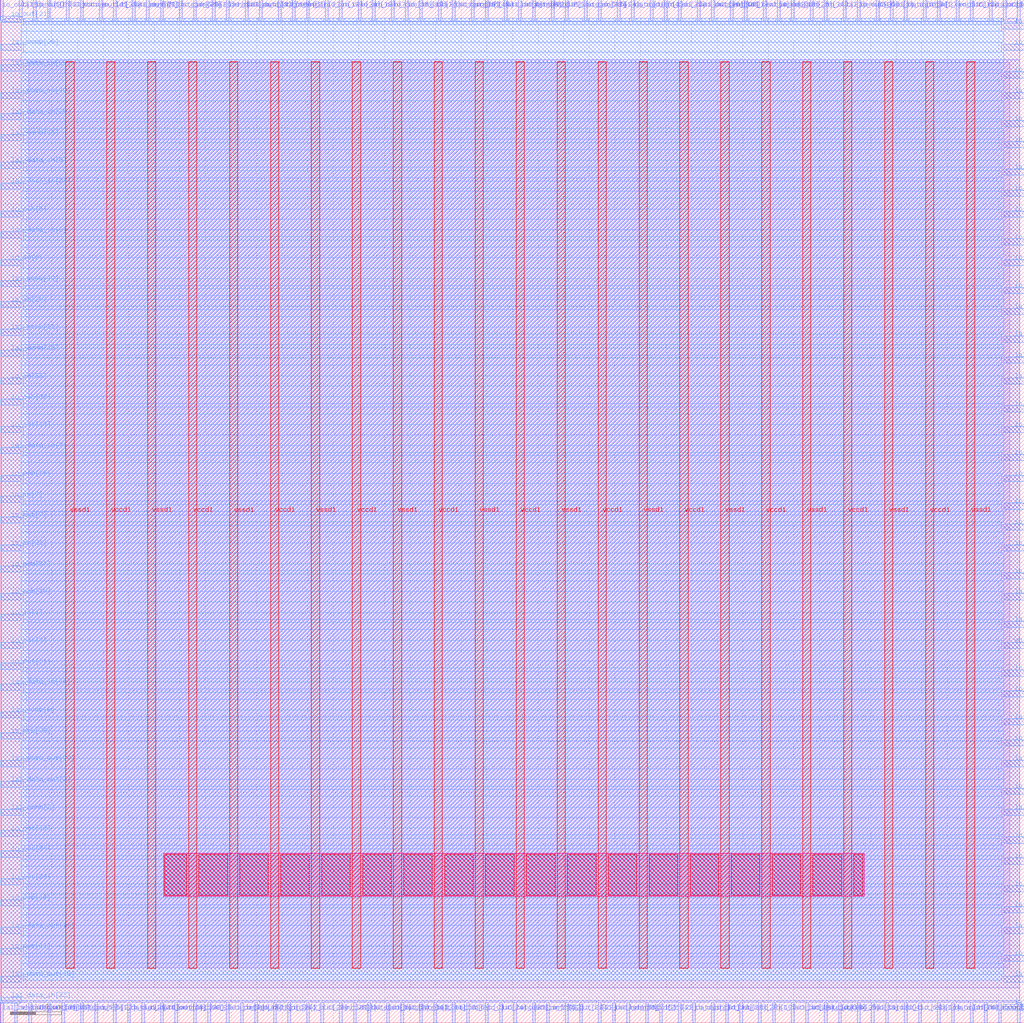
<source format=lef>
VERSION 5.7 ;
  NOWIREEXTENSIONATPIN ON ;
  DIVIDERCHAR "/" ;
  BUSBITCHARS "[]" ;
MACRO wrapped_skullfet
  CLASS BLOCK ;
  FOREIGN wrapped_skullfet ;
  ORIGIN 0.000 0.000 ;
  SIZE 200.000 BY 200.000 ;
  PIN active
    DIRECTION INPUT ;
    USE SIGNAL ;
    PORT
      LAYER met2 ;
        RECT 15.590 196.000 16.150 200.000 ;
    END
  END active
  PIN io_in[0]
    DIRECTION INPUT ;
    USE SIGNAL ;
    PORT
      LAYER met2 ;
        RECT 53.310 0.000 53.870 4.000 ;
    END
  END io_in[0]
  PIN io_in[10]
    DIRECTION INPUT ;
    USE SIGNAL ;
    PORT
      LAYER met2 ;
        RECT 123.230 196.000 123.790 200.000 ;
    END
  END io_in[10]
  PIN io_in[11]
    DIRECTION INPUT ;
    USE SIGNAL ;
    PORT
      LAYER met2 ;
        RECT 28.470 196.000 29.030 200.000 ;
    END
  END io_in[11]
  PIN io_in[12]
    DIRECTION INPUT ;
    USE SIGNAL ;
    PORT
      LAYER met3 ;
        RECT 196.000 161.580 200.000 162.780 ;
    END
  END io_in[12]
  PIN io_in[13]
    DIRECTION INPUT ;
    USE SIGNAL ;
    PORT
      LAYER met2 ;
        RECT 81.830 0.000 82.390 4.000 ;
    END
  END io_in[13]
  PIN io_in[14]
    DIRECTION INPUT ;
    USE SIGNAL ;
    PORT
      LAYER met2 ;
        RECT 91.950 196.000 92.510 200.000 ;
    END
  END io_in[14]
  PIN io_in[15]
    DIRECTION INPUT ;
    USE SIGNAL ;
    PORT
      LAYER met3 ;
        RECT 196.000 171.100 200.000 172.300 ;
    END
  END io_in[15]
  PIN io_in[16]
    DIRECTION INPUT ;
    USE SIGNAL ;
    PORT
      LAYER met2 ;
        RECT 185.790 0.000 186.350 4.000 ;
    END
  END io_in[16]
  PIN io_in[17]
    DIRECTION INPUT ;
    USE SIGNAL ;
    PORT
      LAYER met2 ;
        RECT 63.430 196.000 63.990 200.000 ;
    END
  END io_in[17]
  PIN io_in[18]
    DIRECTION INPUT ;
    USE SIGNAL ;
    PORT
      LAYER met2 ;
        RECT 69.870 196.000 70.430 200.000 ;
    END
  END io_in[18]
  PIN io_in[19]
    DIRECTION INPUT ;
    USE SIGNAL ;
    PORT
      LAYER met2 ;
        RECT 148.070 0.000 148.630 4.000 ;
    END
  END io_in[19]
  PIN io_in[1]
    DIRECTION INPUT ;
    USE SIGNAL ;
    PORT
      LAYER met3 ;
        RECT 0.000 78.620 4.000 79.820 ;
    END
  END io_in[1]
  PIN io_in[20]
    DIRECTION INPUT ;
    USE SIGNAL ;
    PORT
      LAYER met3 ;
        RECT 0.000 139.820 4.000 141.020 ;
    END
  END io_in[20]
  PIN io_in[21]
    DIRECTION INPUT ;
    USE SIGNAL ;
    PORT
      LAYER met3 ;
        RECT 0.000 92.220 4.000 93.420 ;
    END
  END io_in[21]
  PIN io_in[22]
    DIRECTION INPUT ;
    USE SIGNAL ;
    PORT
      LAYER met3 ;
        RECT 196.000 35.100 200.000 36.300 ;
    END
  END io_in[22]
  PIN io_in[23]
    DIRECTION INPUT ;
    USE SIGNAL ;
    PORT
      LAYER met2 ;
        RECT 59.750 196.000 60.310 200.000 ;
    END
  END io_in[23]
  PIN io_in[24]
    DIRECTION INPUT ;
    USE SIGNAL ;
    PORT
      LAYER met2 ;
        RECT 50.550 196.000 51.110 200.000 ;
    END
  END io_in[24]
  PIN io_in[25]
    DIRECTION INPUT ;
    USE SIGNAL ;
    PORT
      LAYER met2 ;
        RECT 128.750 0.000 129.310 4.000 ;
    END
  END io_in[25]
  PIN io_in[26]
    DIRECTION INPUT ;
    USE SIGNAL ;
    PORT
      LAYER met2 ;
        RECT 125.990 0.000 126.550 4.000 ;
    END
  END io_in[26]
  PIN io_in[27]
    DIRECTION INPUT ;
    USE SIGNAL ;
    PORT
      LAYER met3 ;
        RECT 196.000 11.980 200.000 13.180 ;
    END
  END io_in[27]
  PIN io_in[28]
    DIRECTION INPUT ;
    USE SIGNAL ;
    PORT
      LAYER met2 ;
        RECT 113.110 0.000 113.670 4.000 ;
    END
  END io_in[28]
  PIN io_in[29]
    DIRECTION INPUT ;
    USE SIGNAL ;
    PORT
      LAYER met2 ;
        RECT 198.670 196.000 199.230 200.000 ;
    END
  END io_in[29]
  PIN io_in[2]
    DIRECTION INPUT ;
    USE SIGNAL ;
    PORT
      LAYER met2 ;
        RECT 56.070 0.000 56.630 4.000 ;
    END
  END io_in[2]
  PIN io_in[30]
    DIRECTION INPUT ;
    USE SIGNAL ;
    PORT
      LAYER met3 ;
        RECT 196.000 54.140 200.000 55.340 ;
    END
  END io_in[30]
  PIN io_in[31]
    DIRECTION INPUT ;
    USE SIGNAL ;
    PORT
      LAYER met2 ;
        RECT 9.150 196.000 9.710 200.000 ;
    END
  END io_in[31]
  PIN io_in[32]
    DIRECTION INPUT ;
    USE SIGNAL ;
    PORT
      LAYER met2 ;
        RECT 106.670 0.000 107.230 4.000 ;
    END
  END io_in[32]
  PIN io_in[33]
    DIRECTION INPUT ;
    USE SIGNAL ;
    PORT
      LAYER met3 ;
        RECT 0.000 124.860 4.000 126.060 ;
    END
  END io_in[33]
  PIN io_in[34]
    DIRECTION INPUT ;
    USE SIGNAL ;
    PORT
      LAYER met2 ;
        RECT 158.190 196.000 158.750 200.000 ;
    END
  END io_in[34]
  PIN io_in[35]
    DIRECTION INPUT ;
    USE SIGNAL ;
    PORT
      LAYER met2 ;
        RECT 176.590 196.000 177.150 200.000 ;
    END
  END io_in[35]
  PIN io_in[36]
    DIRECTION INPUT ;
    USE SIGNAL ;
    PORT
      LAYER met3 ;
        RECT 196.000 109.900 200.000 111.100 ;
    END
  END io_in[36]
  PIN io_in[37]
    DIRECTION INPUT ;
    USE SIGNAL ;
    PORT
      LAYER met2 ;
        RECT 180.270 196.000 180.830 200.000 ;
    END
  END io_in[37]
  PIN io_in[3]
    DIRECTION INPUT ;
    USE SIGNAL ;
    PORT
      LAYER met2 ;
        RECT 126.910 196.000 127.470 200.000 ;
    END
  END io_in[3]
  PIN io_in[4]
    DIRECTION INPUT ;
    USE SIGNAL ;
    PORT
      LAYER met3 ;
        RECT 196.000 105.820 200.000 107.020 ;
    END
  END io_in[4]
  PIN io_in[5]
    DIRECTION INPUT ;
    USE SIGNAL ;
    PORT
      LAYER met3 ;
        RECT 196.000 190.140 200.000 191.340 ;
    END
  END io_in[5]
  PIN io_in[6]
    DIRECTION INPUT ;
    USE SIGNAL ;
    PORT
      LAYER met3 ;
        RECT 0.000 147.980 4.000 149.180 ;
    END
  END io_in[6]
  PIN io_in[7]
    DIRECTION INPUT ;
    USE SIGNAL ;
    PORT
      LAYER met3 ;
        RECT 0.000 101.740 4.000 102.940 ;
    END
  END io_in[7]
  PIN io_in[8]
    DIRECTION INPUT ;
    USE SIGNAL ;
    PORT
      LAYER met3 ;
        RECT 196.000 119.420 200.000 120.620 ;
    END
  END io_in[8]
  PIN io_in[9]
    DIRECTION INPUT ;
    USE SIGNAL ;
    PORT
      LAYER met2 ;
        RECT 56.990 196.000 57.550 200.000 ;
    END
  END io_in[9]
  PIN io_oeb[0]
    DIRECTION OUTPUT TRISTATE ;
    USE SIGNAL ;
    PORT
      LAYER met2 ;
        RECT 91.030 0.000 91.590 4.000 ;
    END
  END io_oeb[0]
  PIN io_oeb[10]
    DIRECTION OUTPUT TRISTATE ;
    USE SIGNAL ;
    PORT
      LAYER met3 ;
        RECT 0.000 82.700 4.000 83.900 ;
    END
  END io_oeb[10]
  PIN io_oeb[11]
    DIRECTION OUTPUT TRISTATE ;
    USE SIGNAL ;
    PORT
      LAYER met3 ;
        RECT 196.000 96.300 200.000 97.500 ;
    END
  END io_oeb[11]
  PIN io_oeb[12]
    DIRECTION OUTPUT TRISTATE ;
    USE SIGNAL ;
    PORT
      LAYER met3 ;
        RECT 196.000 31.020 200.000 32.220 ;
    END
  END io_oeb[12]
  PIN io_oeb[13]
    DIRECTION OUTPUT TRISTATE ;
    USE SIGNAL ;
    PORT
      LAYER met3 ;
        RECT 196.000 25.580 200.000 26.780 ;
    END
  END io_oeb[13]
  PIN io_oeb[14]
    DIRECTION OUTPUT TRISTATE ;
    USE SIGNAL ;
    PORT
      LAYER met3 ;
        RECT 0.000 22.860 4.000 24.060 ;
    END
  END io_oeb[14]
  PIN io_oeb[15]
    DIRECTION OUTPUT TRISTATE ;
    USE SIGNAL ;
    PORT
      LAYER met2 ;
        RECT 76.310 196.000 76.870 200.000 ;
    END
  END io_oeb[15]
  PIN io_oeb[16]
    DIRECTION OUTPUT TRISTATE ;
    USE SIGNAL ;
    PORT
      LAYER met2 ;
        RECT 179.350 0.000 179.910 4.000 ;
    END
  END io_oeb[16]
  PIN io_oeb[17]
    DIRECTION OUTPUT TRISTATE ;
    USE SIGNAL ;
    PORT
      LAYER met2 ;
        RECT 46.870 0.000 47.430 4.000 ;
    END
  END io_oeb[17]
  PIN io_oeb[18]
    DIRECTION OUTPUT TRISTATE ;
    USE SIGNAL ;
    PORT
      LAYER met2 ;
        RECT 151.750 196.000 152.310 200.000 ;
    END
  END io_oeb[18]
  PIN io_oeb[19]
    DIRECTION OUTPUT TRISTATE ;
    USE SIGNAL ;
    PORT
      LAYER met2 ;
        RECT 79.070 196.000 79.630 200.000 ;
    END
  END io_oeb[19]
  PIN io_oeb[1]
    DIRECTION OUTPUT TRISTATE ;
    USE SIGNAL ;
    PORT
      LAYER met2 ;
        RECT 135.190 0.000 135.750 4.000 ;
    END
  END io_oeb[1]
  PIN io_oeb[20]
    DIRECTION OUTPUT TRISTATE ;
    USE SIGNAL ;
    PORT
      LAYER met3 ;
        RECT 196.000 63.660 200.000 64.860 ;
    END
  END io_oeb[20]
  PIN io_oeb[21]
    DIRECTION OUTPUT TRISTATE ;
    USE SIGNAL ;
    PORT
      LAYER met2 ;
        RECT 34.910 196.000 35.470 200.000 ;
    END
  END io_oeb[21]
  PIN io_oeb[22]
    DIRECTION OUTPUT TRISTATE ;
    USE SIGNAL ;
    PORT
      LAYER met2 ;
        RECT 18.350 0.000 18.910 4.000 ;
    END
  END io_oeb[22]
  PIN io_oeb[23]
    DIRECTION OUTPUT TRISTATE ;
    USE SIGNAL ;
    PORT
      LAYER met2 ;
        RECT 114.030 196.000 114.590 200.000 ;
    END
  END io_oeb[23]
  PIN io_oeb[24]
    DIRECTION OUTPUT TRISTATE ;
    USE SIGNAL ;
    PORT
      LAYER met2 ;
        RECT 116.790 196.000 117.350 200.000 ;
    END
  END io_oeb[24]
  PIN io_oeb[25]
    DIRECTION OUTPUT TRISTATE ;
    USE SIGNAL ;
    PORT
      LAYER met2 ;
        RECT 163.710 0.000 164.270 4.000 ;
    END
  END io_oeb[25]
  PIN io_oeb[26]
    DIRECTION OUTPUT TRISTATE ;
    USE SIGNAL ;
    PORT
      LAYER met3 ;
        RECT 196.000 147.980 200.000 149.180 ;
    END
  END io_oeb[26]
  PIN io_oeb[27]
    DIRECTION OUTPUT TRISTATE ;
    USE SIGNAL ;
    PORT
      LAYER met2 ;
        RECT 129.670 196.000 130.230 200.000 ;
    END
  END io_oeb[27]
  PIN io_oeb[28]
    DIRECTION OUTPUT TRISTATE ;
    USE SIGNAL ;
    PORT
      LAYER met2 ;
        RECT 144.390 0.000 144.950 4.000 ;
    END
  END io_oeb[28]
  PIN io_oeb[29]
    DIRECTION OUTPUT TRISTATE ;
    USE SIGNAL ;
    PORT
      LAYER met3 ;
        RECT 196.000 115.340 200.000 116.540 ;
    END
  END io_oeb[29]
  PIN io_oeb[2]
    DIRECTION OUTPUT TRISTATE ;
    USE SIGNAL ;
    PORT
      LAYER met2 ;
        RECT 171.070 196.000 171.630 200.000 ;
    END
  END io_oeb[2]
  PIN io_oeb[30]
    DIRECTION OUTPUT TRISTATE ;
    USE SIGNAL ;
    PORT
      LAYER met2 ;
        RECT 37.670 196.000 38.230 200.000 ;
    END
  END io_oeb[30]
  PIN io_oeb[31]
    DIRECTION OUTPUT TRISTATE ;
    USE SIGNAL ;
    PORT
      LAYER met2 ;
        RECT 141.630 0.000 142.190 4.000 ;
    END
  END io_oeb[31]
  PIN io_oeb[32]
    DIRECTION OUTPUT TRISTATE ;
    USE SIGNAL ;
    PORT
      LAYER met3 ;
        RECT 0.000 120.780 4.000 121.980 ;
    END
  END io_oeb[32]
  PIN io_oeb[33]
    DIRECTION OUTPUT TRISTATE ;
    USE SIGNAL ;
    PORT
      LAYER met2 ;
        RECT 167.390 0.000 167.950 4.000 ;
    END
  END io_oeb[33]
  PIN io_oeb[34]
    DIRECTION OUTPUT TRISTATE ;
    USE SIGNAL ;
    PORT
      LAYER met2 ;
        RECT 66.190 196.000 66.750 200.000 ;
    END
  END io_oeb[34]
  PIN io_oeb[35]
    DIRECTION OUTPUT TRISTATE ;
    USE SIGNAL ;
    PORT
      LAYER met3 ;
        RECT 0.000 105.820 4.000 107.020 ;
    END
  END io_oeb[35]
  PIN io_oeb[36]
    DIRECTION OUTPUT TRISTATE ;
    USE SIGNAL ;
    PORT
      LAYER met3 ;
        RECT 0.000 55.500 4.000 56.700 ;
    END
  END io_oeb[36]
  PIN io_oeb[37]
    DIRECTION OUTPUT TRISTATE ;
    USE SIGNAL ;
    PORT
      LAYER met3 ;
        RECT 0.000 88.140 4.000 89.340 ;
    END
  END io_oeb[37]
  PIN io_oeb[3]
    DIRECTION OUTPUT TRISTATE ;
    USE SIGNAL ;
    PORT
      LAYER met2 ;
        RECT 88.270 0.000 88.830 4.000 ;
    END
  END io_oeb[3]
  PIN io_oeb[4]
    DIRECTION OUTPUT TRISTATE ;
    USE SIGNAL ;
    PORT
      LAYER met2 ;
        RECT 172.910 0.000 173.470 4.000 ;
    END
  END io_oeb[4]
  PIN io_oeb[5]
    DIRECTION OUTPUT TRISTATE ;
    USE SIGNAL ;
    PORT
      LAYER met3 ;
        RECT 0.000 157.500 4.000 158.700 ;
    END
  END io_oeb[5]
  PIN io_oeb[6]
    DIRECTION OUTPUT TRISTATE ;
    USE SIGNAL ;
    PORT
      LAYER met3 ;
        RECT 196.000 44.620 200.000 45.820 ;
    END
  END io_oeb[6]
  PIN io_oeb[7]
    DIRECTION OUTPUT TRISTATE ;
    USE SIGNAL ;
    PORT
      LAYER met2 ;
        RECT 72.630 196.000 73.190 200.000 ;
    END
  END io_oeb[7]
  PIN io_oeb[8]
    DIRECTION OUTPUT TRISTATE ;
    USE SIGNAL ;
    PORT
      LAYER met2 ;
        RECT 15.590 0.000 16.150 4.000 ;
    END
  END io_oeb[8]
  PIN io_oeb[9]
    DIRECTION OUTPUT TRISTATE ;
    USE SIGNAL ;
    PORT
      LAYER met2 ;
        RECT 37.670 0.000 38.230 4.000 ;
    END
  END io_oeb[9]
  PIN io_out[0]
    DIRECTION OUTPUT TRISTATE ;
    USE SIGNAL ;
    PORT
      LAYER met3 ;
        RECT 196.000 184.700 200.000 185.900 ;
    END
  END io_out[0]
  PIN io_out[10]
    DIRECTION OUTPUT TRISTATE ;
    USE SIGNAL ;
    PORT
      LAYER met3 ;
        RECT 196.000 92.220 200.000 93.420 ;
    END
  END io_out[10]
  PIN io_out[11]
    DIRECTION OUTPUT TRISTATE ;
    USE SIGNAL ;
    PORT
      LAYER met3 ;
        RECT 0.000 13.340 4.000 14.540 ;
    END
  END io_out[11]
  PIN io_out[12]
    DIRECTION OUTPUT TRISTATE ;
    USE SIGNAL ;
    PORT
      LAYER met3 ;
        RECT 0.000 36.460 4.000 37.660 ;
    END
  END io_out[12]
  PIN io_out[13]
    DIRECTION OUTPUT TRISTATE ;
    USE SIGNAL ;
    PORT
      LAYER met2 ;
        RECT 138.870 0.000 139.430 4.000 ;
    END
  END io_out[13]
  PIN io_out[14]
    DIRECTION OUTPUT TRISTATE ;
    USE SIGNAL ;
    PORT
      LAYER met3 ;
        RECT 196.000 152.060 200.000 153.260 ;
    END
  END io_out[14]
  PIN io_out[15]
    DIRECTION OUTPUT TRISTATE ;
    USE SIGNAL ;
    PORT
      LAYER met2 ;
        RECT -0.050 196.000 0.510 200.000 ;
    END
  END io_out[15]
  PIN io_out[16]
    DIRECTION OUTPUT TRISTATE ;
    USE SIGNAL ;
    PORT
      LAYER met3 ;
        RECT 196.000 86.780 200.000 87.980 ;
    END
  END io_out[16]
  PIN io_out[17]
    DIRECTION OUTPUT TRISTATE ;
    USE SIGNAL ;
    PORT
      LAYER met2 ;
        RECT 186.710 196.000 187.270 200.000 ;
    END
  END io_out[17]
  PIN io_out[18]
    DIRECTION OUTPUT TRISTATE ;
    USE SIGNAL ;
    PORT
      LAYER met2 ;
        RECT 160.950 0.000 161.510 4.000 ;
    END
  END io_out[18]
  PIN io_out[19]
    DIRECTION OUTPUT TRISTATE ;
    USE SIGNAL ;
    PORT
      LAYER met3 ;
        RECT 0.000 115.340 4.000 116.540 ;
    END
  END io_out[19]
  PIN io_out[1]
    DIRECTION OUTPUT TRISTATE ;
    USE SIGNAL ;
    PORT
      LAYER met2 ;
        RECT 142.550 196.000 143.110 200.000 ;
    END
  END io_out[1]
  PIN io_out[20]
    DIRECTION OUTPUT TRISTATE ;
    USE SIGNAL ;
    PORT
      LAYER met2 ;
        RECT 167.390 196.000 167.950 200.000 ;
    END
  END io_out[20]
  PIN io_out[21]
    DIRECTION OUTPUT TRISTATE ;
    USE SIGNAL ;
    PORT
      LAYER met3 ;
        RECT 0.000 195.580 4.000 196.780 ;
    END
  END io_out[21]
  PIN io_out[22]
    DIRECTION OUTPUT TRISTATE ;
    USE SIGNAL ;
    PORT
      LAYER met2 ;
        RECT 110.350 0.000 110.910 4.000 ;
    END
  END io_out[22]
  PIN io_out[23]
    DIRECTION OUTPUT TRISTATE ;
    USE SIGNAL ;
    PORT
      LAYER met3 ;
        RECT 196.000 67.740 200.000 68.940 ;
    END
  END io_out[23]
  PIN io_out[24]
    DIRECTION OUTPUT TRISTATE ;
    USE SIGNAL ;
    PORT
      LAYER met2 ;
        RECT 94.710 0.000 95.270 4.000 ;
    END
  END io_out[24]
  PIN io_out[25]
    DIRECTION OUTPUT TRISTATE ;
    USE SIGNAL ;
    PORT
      LAYER met2 ;
        RECT 154.510 196.000 155.070 200.000 ;
    END
  END io_out[25]
  PIN io_out[26]
    DIRECTION OUTPUT TRISTATE ;
    USE SIGNAL ;
    PORT
      LAYER met3 ;
        RECT 0.000 26.940 4.000 28.140 ;
    END
  END io_out[26]
  PIN io_out[27]
    DIRECTION OUTPUT TRISTATE ;
    USE SIGNAL ;
    PORT
      LAYER met2 ;
        RECT 160.950 196.000 161.510 200.000 ;
    END
  END io_out[27]
  PIN io_out[28]
    DIRECTION OUTPUT TRISTATE ;
    USE SIGNAL ;
    PORT
      LAYER met2 ;
        RECT 59.750 0.000 60.310 4.000 ;
    END
  END io_out[28]
  PIN io_out[29]
    DIRECTION OUTPUT TRISTATE ;
    USE SIGNAL ;
    PORT
      LAYER met2 ;
        RECT 176.590 0.000 177.150 4.000 ;
    END
  END io_out[29]
  PIN io_out[2]
    DIRECTION OUTPUT TRISTATE ;
    USE SIGNAL ;
    PORT
      LAYER met2 ;
        RECT 24.790 0.000 25.350 4.000 ;
    END
  END io_out[2]
  PIN io_out[30]
    DIRECTION OUTPUT TRISTATE ;
    USE SIGNAL ;
    PORT
      LAYER met3 ;
        RECT 0.000 32.380 4.000 33.580 ;
    END
  END io_out[30]
  PIN io_out[31]
    DIRECTION OUTPUT TRISTATE ;
    USE SIGNAL ;
    PORT
      LAYER met3 ;
        RECT 0.000 69.100 4.000 70.300 ;
    END
  END io_out[31]
  PIN io_out[32]
    DIRECTION OUTPUT TRISTATE ;
    USE SIGNAL ;
    PORT
      LAYER met2 ;
        RECT 19.270 196.000 19.830 200.000 ;
    END
  END io_out[32]
  PIN io_out[33]
    DIRECTION OUTPUT TRISTATE ;
    USE SIGNAL ;
    PORT
      LAYER met2 ;
        RECT 194.990 0.000 195.550 4.000 ;
    END
  END io_out[33]
  PIN io_out[34]
    DIRECTION OUTPUT TRISTATE ;
    USE SIGNAL ;
    PORT
      LAYER met3 ;
        RECT 196.000 157.500 200.000 158.700 ;
    END
  END io_out[34]
  PIN io_out[35]
    DIRECTION OUTPUT TRISTATE ;
    USE SIGNAL ;
    PORT
      LAYER met3 ;
        RECT 196.000 142.540 200.000 143.740 ;
    END
  END io_out[35]
  PIN io_out[36]
    DIRECTION OUTPUT TRISTATE ;
    USE SIGNAL ;
    PORT
      LAYER met2 ;
        RECT 81.830 196.000 82.390 200.000 ;
    END
  END io_out[36]
  PIN io_out[37]
    DIRECTION OUTPUT TRISTATE ;
    USE SIGNAL ;
    PORT
      LAYER met3 ;
        RECT 196.000 175.180 200.000 176.380 ;
    END
  END io_out[37]
  PIN io_out[3]
    DIRECTION OUTPUT TRISTATE ;
    USE SIGNAL ;
    PORT
      LAYER met2 ;
        RECT 6.390 196.000 6.950 200.000 ;
    END
  END io_out[3]
  PIN io_out[4]
    DIRECTION OUTPUT TRISTATE ;
    USE SIGNAL ;
    PORT
      LAYER met3 ;
        RECT 196.000 100.380 200.000 101.580 ;
    END
  END io_out[4]
  PIN io_out[5]
    DIRECTION OUTPUT TRISTATE ;
    USE SIGNAL ;
    PORT
      LAYER met2 ;
        RECT 107.590 196.000 108.150 200.000 ;
    END
  END io_out[5]
  PIN io_out[6]
    DIRECTION OUTPUT TRISTATE ;
    USE SIGNAL ;
    PORT
      LAYER met2 ;
        RECT 193.150 196.000 193.710 200.000 ;
    END
  END io_out[6]
  PIN io_out[7]
    DIRECTION OUTPUT TRISTATE ;
    USE SIGNAL ;
    PORT
      LAYER met3 ;
        RECT 0.000 97.660 4.000 98.860 ;
    END
  END io_out[7]
  PIN io_out[8]
    DIRECTION OUTPUT TRISTATE ;
    USE SIGNAL ;
    PORT
      LAYER met2 ;
        RECT 66.190 0.000 66.750 4.000 ;
    END
  END io_out[8]
  PIN io_out[9]
    DIRECTION OUTPUT TRISTATE ;
    USE SIGNAL ;
    PORT
      LAYER met3 ;
        RECT 0.000 73.180 4.000 74.380 ;
    END
  END io_out[9]
  PIN la1_data_in[0]
    DIRECTION INPUT ;
    USE SIGNAL ;
    PORT
      LAYER met2 ;
        RECT 198.670 0.000 199.230 4.000 ;
    END
  END la1_data_in[0]
  PIN la1_data_in[10]
    DIRECTION INPUT ;
    USE SIGNAL ;
    PORT
      LAYER met2 ;
        RECT 75.390 0.000 75.950 4.000 ;
    END
  END la1_data_in[10]
  PIN la1_data_in[11]
    DIRECTION INPUT ;
    USE SIGNAL ;
    PORT
      LAYER met2 ;
        RECT 192.230 0.000 192.790 4.000 ;
    END
  END la1_data_in[11]
  PIN la1_data_in[12]
    DIRECTION INPUT ;
    USE SIGNAL ;
    PORT
      LAYER met3 ;
        RECT 0.000 180.620 4.000 181.820 ;
    END
  END la1_data_in[12]
  PIN la1_data_in[13]
    DIRECTION INPUT ;
    USE SIGNAL ;
    PORT
      LAYER met2 ;
        RECT 116.790 0.000 117.350 4.000 ;
    END
  END la1_data_in[13]
  PIN la1_data_in[14]
    DIRECTION INPUT ;
    USE SIGNAL ;
    PORT
      LAYER met3 ;
        RECT 0.000 65.020 4.000 66.220 ;
    END
  END la1_data_in[14]
  PIN la1_data_in[15]
    DIRECTION INPUT ;
    USE SIGNAL ;
    PORT
      LAYER met2 ;
        RECT 85.510 196.000 86.070 200.000 ;
    END
  END la1_data_in[15]
  PIN la1_data_in[16]
    DIRECTION INPUT ;
    USE SIGNAL ;
    PORT
      LAYER met2 ;
        RECT 136.110 196.000 136.670 200.000 ;
    END
  END la1_data_in[16]
  PIN la1_data_in[17]
    DIRECTION INPUT ;
    USE SIGNAL ;
    PORT
      LAYER met2 ;
        RECT 110.350 196.000 110.910 200.000 ;
    END
  END la1_data_in[17]
  PIN la1_data_in[18]
    DIRECTION INPUT ;
    USE SIGNAL ;
    PORT
      LAYER met2 ;
        RECT 150.830 0.000 151.390 4.000 ;
    END
  END la1_data_in[18]
  PIN la1_data_in[19]
    DIRECTION INPUT ;
    USE SIGNAL ;
    PORT
      LAYER met2 ;
        RECT 88.270 196.000 88.830 200.000 ;
    END
  END la1_data_in[19]
  PIN la1_data_in[1]
    DIRECTION INPUT ;
    USE SIGNAL ;
    PORT
      LAYER met2 ;
        RECT 68.950 0.000 69.510 4.000 ;
    END
  END la1_data_in[1]
  PIN la1_data_in[20]
    DIRECTION INPUT ;
    USE SIGNAL ;
    PORT
      LAYER met3 ;
        RECT 0.000 176.540 4.000 177.740 ;
    END
  END la1_data_in[20]
  PIN la1_data_in[21]
    DIRECTION INPUT ;
    USE SIGNAL ;
    PORT
      LAYER met2 ;
        RECT 195.910 196.000 196.470 200.000 ;
    END
  END la1_data_in[21]
  PIN la1_data_in[22]
    DIRECTION INPUT ;
    USE SIGNAL ;
    PORT
      LAYER met3 ;
        RECT 196.000 2.460 200.000 3.660 ;
    END
  END la1_data_in[22]
  PIN la1_data_in[23]
    DIRECTION INPUT ;
    USE SIGNAL ;
    PORT
      LAYER met3 ;
        RECT 0.000 3.820 4.000 5.020 ;
    END
  END la1_data_in[23]
  PIN la1_data_in[24]
    DIRECTION INPUT ;
    USE SIGNAL ;
    PORT
      LAYER met2 ;
        RECT 49.630 0.000 50.190 4.000 ;
    END
  END la1_data_in[24]
  PIN la1_data_in[25]
    DIRECTION INPUT ;
    USE SIGNAL ;
    PORT
      LAYER met3 ;
        RECT 0.000 186.060 4.000 187.260 ;
    END
  END la1_data_in[25]
  PIN la1_data_in[26]
    DIRECTION INPUT ;
    USE SIGNAL ;
    PORT
      LAYER met2 ;
        RECT 183.030 0.000 183.590 4.000 ;
    END
  END la1_data_in[26]
  PIN la1_data_in[27]
    DIRECTION INPUT ;
    USE SIGNAL ;
    PORT
      LAYER met2 ;
        RECT 100.230 0.000 100.790 4.000 ;
    END
  END la1_data_in[27]
  PIN la1_data_in[28]
    DIRECTION INPUT ;
    USE SIGNAL ;
    PORT
      LAYER met3 ;
        RECT 0.000 162.940 4.000 164.140 ;
    END
  END la1_data_in[28]
  PIN la1_data_in[29]
    DIRECTION INPUT ;
    USE SIGNAL ;
    PORT
      LAYER met2 ;
        RECT 31.230 196.000 31.790 200.000 ;
    END
  END la1_data_in[29]
  PIN la1_data_in[2]
    DIRECTION INPUT ;
    USE SIGNAL ;
    PORT
      LAYER met2 ;
        RECT 40.430 0.000 40.990 4.000 ;
    END
  END la1_data_in[2]
  PIN la1_data_in[30]
    DIRECTION INPUT ;
    USE SIGNAL ;
    PORT
      LAYER met2 ;
        RECT 5.470 0.000 6.030 4.000 ;
    END
  END la1_data_in[30]
  PIN la1_data_in[31]
    DIRECTION INPUT ;
    USE SIGNAL ;
    PORT
      LAYER met2 ;
        RECT 132.430 0.000 132.990 4.000 ;
    END
  END la1_data_in[31]
  PIN la1_data_in[3]
    DIRECTION INPUT ;
    USE SIGNAL ;
    PORT
      LAYER met3 ;
        RECT 0.000 153.420 4.000 154.620 ;
    END
  END la1_data_in[3]
  PIN la1_data_in[4]
    DIRECTION INPUT ;
    USE SIGNAL ;
    PORT
      LAYER met2 ;
        RECT 173.830 196.000 174.390 200.000 ;
    END
  END la1_data_in[4]
  PIN la1_data_in[5]
    DIRECTION INPUT ;
    USE SIGNAL ;
    PORT
      LAYER met3 ;
        RECT 196.000 77.260 200.000 78.460 ;
    END
  END la1_data_in[5]
  PIN la1_data_in[6]
    DIRECTION INPUT ;
    USE SIGNAL ;
    PORT
      LAYER met2 ;
        RECT 94.710 196.000 95.270 200.000 ;
    END
  END la1_data_in[6]
  PIN la1_data_in[7]
    DIRECTION INPUT ;
    USE SIGNAL ;
    PORT
      LAYER met3 ;
        RECT 0.000 111.260 4.000 112.460 ;
    END
  END la1_data_in[7]
  PIN la1_data_in[8]
    DIRECTION INPUT ;
    USE SIGNAL ;
    PORT
      LAYER met2 ;
        RECT 98.390 196.000 98.950 200.000 ;
    END
  END la1_data_in[8]
  PIN la1_data_in[9]
    DIRECTION INPUT ;
    USE SIGNAL ;
    PORT
      LAYER met3 ;
        RECT 0.000 167.020 4.000 168.220 ;
    END
  END la1_data_in[9]
  PIN la1_data_out[0]
    DIRECTION OUTPUT TRISTATE ;
    USE SIGNAL ;
    PORT
      LAYER met2 ;
        RECT 27.550 0.000 28.110 4.000 ;
    END
  END la1_data_out[0]
  PIN la1_data_out[10]
    DIRECTION OUTPUT TRISTATE ;
    USE SIGNAL ;
    PORT
      LAYER met3 ;
        RECT 196.000 17.420 200.000 18.620 ;
    END
  END la1_data_out[10]
  PIN la1_data_out[11]
    DIRECTION OUTPUT TRISTATE ;
    USE SIGNAL ;
    PORT
      LAYER met2 ;
        RECT 78.150 0.000 78.710 4.000 ;
    END
  END la1_data_out[11]
  PIN la1_data_out[12]
    DIRECTION OUTPUT TRISTATE ;
    USE SIGNAL ;
    PORT
      LAYER met3 ;
        RECT 196.000 180.620 200.000 181.820 ;
    END
  END la1_data_out[12]
  PIN la1_data_out[13]
    DIRECTION OUTPUT TRISTATE ;
    USE SIGNAL ;
    PORT
      LAYER met2 ;
        RECT 44.110 196.000 44.670 200.000 ;
    END
  END la1_data_out[13]
  PIN la1_data_out[14]
    DIRECTION OUTPUT TRISTATE ;
    USE SIGNAL ;
    PORT
      LAYER met2 ;
        RECT 120.470 196.000 121.030 200.000 ;
    END
  END la1_data_out[14]
  PIN la1_data_out[15]
    DIRECTION OUTPUT TRISTATE ;
    USE SIGNAL ;
    PORT
      LAYER met3 ;
        RECT 0.000 7.900 4.000 9.100 ;
    END
  END la1_data_out[15]
  PIN la1_data_out[16]
    DIRECTION OUTPUT TRISTATE ;
    USE SIGNAL ;
    PORT
      LAYER met3 ;
        RECT 196.000 40.540 200.000 41.740 ;
    END
  END la1_data_out[16]
  PIN la1_data_out[17]
    DIRECTION OUTPUT TRISTATE ;
    USE SIGNAL ;
    PORT
      LAYER met3 ;
        RECT 196.000 133.020 200.000 134.220 ;
    END
  END la1_data_out[17]
  PIN la1_data_out[18]
    DIRECTION OUTPUT TRISTATE ;
    USE SIGNAL ;
    PORT
      LAYER met2 ;
        RECT 47.790 196.000 48.350 200.000 ;
    END
  END la1_data_out[18]
  PIN la1_data_out[19]
    DIRECTION OUTPUT TRISTATE ;
    USE SIGNAL ;
    PORT
      LAYER met3 ;
        RECT 196.000 82.700 200.000 83.900 ;
    END
  END la1_data_out[19]
  PIN la1_data_out[1]
    DIRECTION OUTPUT TRISTATE ;
    USE SIGNAL ;
    PORT
      LAYER met2 ;
        RECT 12.830 196.000 13.390 200.000 ;
    END
  END la1_data_out[1]
  PIN la1_data_out[20]
    DIRECTION OUTPUT TRISTATE ;
    USE SIGNAL ;
    PORT
      LAYER met3 ;
        RECT 0.000 50.060 4.000 51.260 ;
    END
  END la1_data_out[20]
  PIN la1_data_out[21]
    DIRECTION OUTPUT TRISTATE ;
    USE SIGNAL ;
    PORT
      LAYER met3 ;
        RECT 196.000 165.660 200.000 166.860 ;
    END
  END la1_data_out[21]
  PIN la1_data_out[22]
    DIRECTION OUTPUT TRISTATE ;
    USE SIGNAL ;
    PORT
      LAYER met2 ;
        RECT 132.430 196.000 132.990 200.000 ;
    END
  END la1_data_out[22]
  PIN la1_data_out[23]
    DIRECTION OUTPUT TRISTATE ;
    USE SIGNAL ;
    PORT
      LAYER met2 ;
        RECT 44.110 0.000 44.670 4.000 ;
    END
  END la1_data_out[23]
  PIN la1_data_out[24]
    DIRECTION OUTPUT TRISTATE ;
    USE SIGNAL ;
    PORT
      LAYER met3 ;
        RECT 196.000 50.060 200.000 51.260 ;
    END
  END la1_data_out[24]
  PIN la1_data_out[25]
    DIRECTION OUTPUT TRISTATE ;
    USE SIGNAL ;
    PORT
      LAYER met3 ;
        RECT 0.000 17.420 4.000 18.620 ;
    END
  END la1_data_out[25]
  PIN la1_data_out[26]
    DIRECTION OUTPUT TRISTATE ;
    USE SIGNAL ;
    PORT
      LAYER met2 ;
        RECT 189.470 0.000 190.030 4.000 ;
    END
  END la1_data_out[26]
  PIN la1_data_out[27]
    DIRECTION OUTPUT TRISTATE ;
    USE SIGNAL ;
    PORT
      LAYER met2 ;
        RECT 22.030 196.000 22.590 200.000 ;
    END
  END la1_data_out[27]
  PIN la1_data_out[28]
    DIRECTION OUTPUT TRISTATE ;
    USE SIGNAL ;
    PORT
      LAYER met2 ;
        RECT 154.510 0.000 155.070 4.000 ;
    END
  END la1_data_out[28]
  PIN la1_data_out[29]
    DIRECTION OUTPUT TRISTATE ;
    USE SIGNAL ;
    PORT
      LAYER met2 ;
        RECT 22.030 0.000 22.590 4.000 ;
    END
  END la1_data_out[29]
  PIN la1_data_out[2]
    DIRECTION OUTPUT TRISTATE ;
    USE SIGNAL ;
    PORT
      LAYER met2 ;
        RECT 71.710 0.000 72.270 4.000 ;
    END
  END la1_data_out[2]
  PIN la1_data_out[30]
    DIRECTION OUTPUT TRISTATE ;
    USE SIGNAL ;
    PORT
      LAYER met3 ;
        RECT 196.000 21.500 200.000 22.700 ;
    END
  END la1_data_out[30]
  PIN la1_data_out[31]
    DIRECTION OUTPUT TRISTATE ;
    USE SIGNAL ;
    PORT
      LAYER met3 ;
        RECT 196.000 194.220 200.000 195.420 ;
    END
  END la1_data_out[31]
  PIN la1_data_out[3]
    DIRECTION OUTPUT TRISTATE ;
    USE SIGNAL ;
    PORT
      LAYER met3 ;
        RECT 0.000 45.980 4.000 47.180 ;
    END
  END la1_data_out[3]
  PIN la1_data_out[4]
    DIRECTION OUTPUT TRISTATE ;
    USE SIGNAL ;
    PORT
      LAYER met2 ;
        RECT 157.270 0.000 157.830 4.000 ;
    END
  END la1_data_out[4]
  PIN la1_data_out[5]
    DIRECTION OUTPUT TRISTATE ;
    USE SIGNAL ;
    PORT
      LAYER met2 ;
        RECT 11.910 0.000 12.470 4.000 ;
    END
  END la1_data_out[5]
  PIN la1_data_out[6]
    DIRECTION OUTPUT TRISTATE ;
    USE SIGNAL ;
    PORT
      LAYER met3 ;
        RECT 196.000 58.220 200.000 59.420 ;
    END
  END la1_data_out[6]
  PIN la1_data_out[7]
    DIRECTION OUTPUT TRISTATE ;
    USE SIGNAL ;
    PORT
      LAYER met2 ;
        RECT 2.710 0.000 3.270 4.000 ;
    END
  END la1_data_out[7]
  PIN la1_data_out[8]
    DIRECTION OUTPUT TRISTATE ;
    USE SIGNAL ;
    PORT
      LAYER met3 ;
        RECT 196.000 138.460 200.000 139.660 ;
    END
  END la1_data_out[8]
  PIN la1_data_out[9]
    DIRECTION OUTPUT TRISTATE ;
    USE SIGNAL ;
    PORT
      LAYER met2 ;
        RECT 189.470 196.000 190.030 200.000 ;
    END
  END la1_data_out[9]
  PIN la1_oenb[0]
    DIRECTION INPUT ;
    USE SIGNAL ;
    PORT
      LAYER met2 ;
        RECT 170.150 0.000 170.710 4.000 ;
    END
  END la1_oenb[0]
  PIN la1_oenb[10]
    DIRECTION INPUT ;
    USE SIGNAL ;
    PORT
      LAYER met2 ;
        RECT 183.030 196.000 183.590 200.000 ;
    END
  END la1_oenb[10]
  PIN la1_oenb[11]
    DIRECTION INPUT ;
    USE SIGNAL ;
    PORT
      LAYER met3 ;
        RECT 0.000 134.380 4.000 135.580 ;
    END
  END la1_oenb[11]
  PIN la1_oenb[12]
    DIRECTION INPUT ;
    USE SIGNAL ;
    PORT
      LAYER met3 ;
        RECT 0.000 143.900 4.000 145.100 ;
    END
  END la1_oenb[12]
  PIN la1_oenb[13]
    DIRECTION INPUT ;
    USE SIGNAL ;
    PORT
      LAYER met2 ;
        RECT 103.910 0.000 104.470 4.000 ;
    END
  END la1_oenb[13]
  PIN la1_oenb[14]
    DIRECTION INPUT ;
    USE SIGNAL ;
    PORT
      LAYER met2 ;
        RECT -0.050 0.000 0.510 4.000 ;
    END
  END la1_oenb[14]
  PIN la1_oenb[15]
    DIRECTION INPUT ;
    USE SIGNAL ;
    PORT
      LAYER met2 ;
        RECT 122.310 0.000 122.870 4.000 ;
    END
  END la1_oenb[15]
  PIN la1_oenb[16]
    DIRECTION INPUT ;
    USE SIGNAL ;
    PORT
      LAYER met3 ;
        RECT 0.000 172.460 4.000 173.660 ;
    END
  END la1_oenb[16]
  PIN la1_oenb[17]
    DIRECTION INPUT ;
    USE SIGNAL ;
    PORT
      LAYER met2 ;
        RECT 41.350 196.000 41.910 200.000 ;
    END
  END la1_oenb[17]
  PIN la1_oenb[18]
    DIRECTION INPUT ;
    USE SIGNAL ;
    PORT
      LAYER met2 ;
        RECT 103.910 196.000 104.470 200.000 ;
    END
  END la1_oenb[18]
  PIN la1_oenb[19]
    DIRECTION INPUT ;
    USE SIGNAL ;
    PORT
      LAYER met3 ;
        RECT 0.000 130.300 4.000 131.500 ;
    END
  END la1_oenb[19]
  PIN la1_oenb[1]
    DIRECTION INPUT ;
    USE SIGNAL ;
    PORT
      LAYER met2 ;
        RECT 31.230 0.000 31.790 4.000 ;
    END
  END la1_oenb[1]
  PIN la1_oenb[20]
    DIRECTION INPUT ;
    USE SIGNAL ;
    PORT
      LAYER met2 ;
        RECT 9.150 0.000 9.710 4.000 ;
    END
  END la1_oenb[20]
  PIN la1_oenb[21]
    DIRECTION INPUT ;
    USE SIGNAL ;
    PORT
      LAYER met2 ;
        RECT 138.870 196.000 139.430 200.000 ;
    END
  END la1_oenb[21]
  PIN la1_oenb[22]
    DIRECTION INPUT ;
    USE SIGNAL ;
    PORT
      LAYER met2 ;
        RECT 101.150 196.000 101.710 200.000 ;
    END
  END la1_oenb[22]
  PIN la1_oenb[23]
    DIRECTION INPUT ;
    USE SIGNAL ;
    PORT
      LAYER met2 ;
        RECT 84.590 0.000 85.150 4.000 ;
    END
  END la1_oenb[23]
  PIN la1_oenb[24]
    DIRECTION INPUT ;
    USE SIGNAL ;
    PORT
      LAYER met2 ;
        RECT 164.630 196.000 165.190 200.000 ;
    END
  END la1_oenb[24]
  PIN la1_oenb[25]
    DIRECTION INPUT ;
    USE SIGNAL ;
    PORT
      LAYER met3 ;
        RECT 196.000 7.900 200.000 9.100 ;
    END
  END la1_oenb[25]
  PIN la1_oenb[26]
    DIRECTION INPUT ;
    USE SIGNAL ;
    PORT
      LAYER met3 ;
        RECT 0.000 190.140 4.000 191.340 ;
    END
  END la1_oenb[26]
  PIN la1_oenb[27]
    DIRECTION INPUT ;
    USE SIGNAL ;
    PORT
      LAYER met3 ;
        RECT 196.000 128.940 200.000 130.140 ;
    END
  END la1_oenb[27]
  PIN la1_oenb[28]
    DIRECTION INPUT ;
    USE SIGNAL ;
    PORT
      LAYER met2 ;
        RECT 33.990 0.000 34.550 4.000 ;
    END
  END la1_oenb[28]
  PIN la1_oenb[29]
    DIRECTION INPUT ;
    USE SIGNAL ;
    PORT
      LAYER met2 ;
        RECT 62.510 0.000 63.070 4.000 ;
    END
  END la1_oenb[29]
  PIN la1_oenb[2]
    DIRECTION INPUT ;
    USE SIGNAL ;
    PORT
      LAYER met3 ;
        RECT 0.000 40.540 4.000 41.740 ;
    END
  END la1_oenb[2]
  PIN la1_oenb[30]
    DIRECTION INPUT ;
    USE SIGNAL ;
    PORT
      LAYER met3 ;
        RECT 196.000 124.860 200.000 126.060 ;
    END
  END la1_oenb[30]
  PIN la1_oenb[31]
    DIRECTION INPUT ;
    USE SIGNAL ;
    PORT
      LAYER met2 ;
        RECT 97.470 0.000 98.030 4.000 ;
    END
  END la1_oenb[31]
  PIN la1_oenb[3]
    DIRECTION INPUT ;
    USE SIGNAL ;
    PORT
      LAYER met2 ;
        RECT 148.990 196.000 149.550 200.000 ;
    END
  END la1_oenb[3]
  PIN la1_oenb[4]
    DIRECTION INPUT ;
    USE SIGNAL ;
    PORT
      LAYER met2 ;
        RECT 145.310 196.000 145.870 200.000 ;
    END
  END la1_oenb[4]
  PIN la1_oenb[5]
    DIRECTION INPUT ;
    USE SIGNAL ;
    PORT
      LAYER met2 ;
        RECT 25.710 196.000 26.270 200.000 ;
    END
  END la1_oenb[5]
  PIN la1_oenb[6]
    DIRECTION INPUT ;
    USE SIGNAL ;
    PORT
      LAYER met2 ;
        RECT 54.230 196.000 54.790 200.000 ;
    END
  END la1_oenb[6]
  PIN la1_oenb[7]
    DIRECTION INPUT ;
    USE SIGNAL ;
    PORT
      LAYER met2 ;
        RECT 119.550 0.000 120.110 4.000 ;
    END
  END la1_oenb[7]
  PIN la1_oenb[8]
    DIRECTION INPUT ;
    USE SIGNAL ;
    PORT
      LAYER met3 ;
        RECT 0.000 59.580 4.000 60.780 ;
    END
  END la1_oenb[8]
  PIN la1_oenb[9]
    DIRECTION INPUT ;
    USE SIGNAL ;
    PORT
      LAYER met2 ;
        RECT 3.630 196.000 4.190 200.000 ;
    END
  END la1_oenb[9]
  PIN vccd1
    DIRECTION INPUT ;
    USE POWER ;
    PORT
      LAYER met4 ;
        RECT 20.720 10.640 22.320 187.920 ;
    END
    PORT
      LAYER met4 ;
        RECT 36.720 10.640 38.320 187.920 ;
    END
    PORT
      LAYER met4 ;
        RECT 52.720 10.640 54.320 187.920 ;
    END
    PORT
      LAYER met4 ;
        RECT 68.720 10.640 70.320 187.920 ;
    END
    PORT
      LAYER met4 ;
        RECT 84.720 10.640 86.320 187.920 ;
    END
    PORT
      LAYER met4 ;
        RECT 100.720 10.640 102.320 187.920 ;
    END
    PORT
      LAYER met4 ;
        RECT 116.720 10.640 118.320 187.920 ;
    END
    PORT
      LAYER met4 ;
        RECT 132.720 10.640 134.320 187.920 ;
    END
    PORT
      LAYER met4 ;
        RECT 148.720 10.640 150.320 187.920 ;
    END
    PORT
      LAYER met4 ;
        RECT 164.720 10.640 166.320 187.920 ;
    END
    PORT
      LAYER met4 ;
        RECT 180.720 10.640 182.320 187.920 ;
    END
  END vccd1
  PIN vssd1
    DIRECTION INPUT ;
    USE GROUND ;
    PORT
      LAYER met4 ;
        RECT 12.720 10.640 14.320 187.920 ;
    END
    PORT
      LAYER met4 ;
        RECT 28.720 10.640 30.320 187.920 ;
    END
    PORT
      LAYER met4 ;
        RECT 44.720 10.640 46.320 187.920 ;
    END
    PORT
      LAYER met4 ;
        RECT 60.720 10.640 62.320 187.920 ;
    END
    PORT
      LAYER met4 ;
        RECT 76.720 10.640 78.320 187.920 ;
    END
    PORT
      LAYER met4 ;
        RECT 92.720 10.640 94.320 187.920 ;
    END
    PORT
      LAYER met4 ;
        RECT 108.720 10.640 110.320 187.920 ;
    END
    PORT
      LAYER met4 ;
        RECT 124.720 10.640 126.320 187.920 ;
    END
    PORT
      LAYER met4 ;
        RECT 140.720 10.640 142.320 187.920 ;
    END
    PORT
      LAYER met4 ;
        RECT 156.720 10.640 158.320 187.920 ;
    END
    PORT
      LAYER met4 ;
        RECT 172.720 10.640 174.320 187.920 ;
    END
    PORT
      LAYER met4 ;
        RECT 188.720 10.640 190.320 187.920 ;
    END
  END vssd1
  PIN wb_clk_i
    DIRECTION INPUT ;
    USE SIGNAL ;
    PORT
      LAYER met3 ;
        RECT 196.000 73.180 200.000 74.380 ;
    END
  END wb_clk_i
  OBS
      LAYER li1 ;
        RECT 5.520 10.795 197.195 187.765 ;
      LAYER met1 ;
        RECT 0.070 6.840 199.110 188.320 ;
      LAYER met2 ;
        RECT 0.790 195.720 3.350 196.365 ;
        RECT 4.470 195.720 6.110 196.365 ;
        RECT 7.230 195.720 8.870 196.365 ;
        RECT 9.990 195.720 12.550 196.365 ;
        RECT 13.670 195.720 15.310 196.365 ;
        RECT 16.430 195.720 18.990 196.365 ;
        RECT 20.110 195.720 21.750 196.365 ;
        RECT 22.870 195.720 25.430 196.365 ;
        RECT 26.550 195.720 28.190 196.365 ;
        RECT 29.310 195.720 30.950 196.365 ;
        RECT 32.070 195.720 34.630 196.365 ;
        RECT 35.750 195.720 37.390 196.365 ;
        RECT 38.510 195.720 41.070 196.365 ;
        RECT 42.190 195.720 43.830 196.365 ;
        RECT 44.950 195.720 47.510 196.365 ;
        RECT 48.630 195.720 50.270 196.365 ;
        RECT 51.390 195.720 53.950 196.365 ;
        RECT 55.070 195.720 56.710 196.365 ;
        RECT 57.830 195.720 59.470 196.365 ;
        RECT 60.590 195.720 63.150 196.365 ;
        RECT 64.270 195.720 65.910 196.365 ;
        RECT 67.030 195.720 69.590 196.365 ;
        RECT 70.710 195.720 72.350 196.365 ;
        RECT 73.470 195.720 76.030 196.365 ;
        RECT 77.150 195.720 78.790 196.365 ;
        RECT 79.910 195.720 81.550 196.365 ;
        RECT 82.670 195.720 85.230 196.365 ;
        RECT 86.350 195.720 87.990 196.365 ;
        RECT 89.110 195.720 91.670 196.365 ;
        RECT 92.790 195.720 94.430 196.365 ;
        RECT 95.550 195.720 98.110 196.365 ;
        RECT 99.230 195.720 100.870 196.365 ;
        RECT 101.990 195.720 103.630 196.365 ;
        RECT 104.750 195.720 107.310 196.365 ;
        RECT 108.430 195.720 110.070 196.365 ;
        RECT 111.190 195.720 113.750 196.365 ;
        RECT 114.870 195.720 116.510 196.365 ;
        RECT 117.630 195.720 120.190 196.365 ;
        RECT 121.310 195.720 122.950 196.365 ;
        RECT 124.070 195.720 126.630 196.365 ;
        RECT 127.750 195.720 129.390 196.365 ;
        RECT 130.510 195.720 132.150 196.365 ;
        RECT 133.270 195.720 135.830 196.365 ;
        RECT 136.950 195.720 138.590 196.365 ;
        RECT 139.710 195.720 142.270 196.365 ;
        RECT 143.390 195.720 145.030 196.365 ;
        RECT 146.150 195.720 148.710 196.365 ;
        RECT 149.830 195.720 151.470 196.365 ;
        RECT 152.590 195.720 154.230 196.365 ;
        RECT 155.350 195.720 157.910 196.365 ;
        RECT 159.030 195.720 160.670 196.365 ;
        RECT 161.790 195.720 164.350 196.365 ;
        RECT 165.470 195.720 167.110 196.365 ;
        RECT 168.230 195.720 170.790 196.365 ;
        RECT 171.910 195.720 173.550 196.365 ;
        RECT 174.670 195.720 176.310 196.365 ;
        RECT 177.430 195.720 179.990 196.365 ;
        RECT 181.110 195.720 182.750 196.365 ;
        RECT 183.870 195.720 186.430 196.365 ;
        RECT 187.550 195.720 189.190 196.365 ;
        RECT 190.310 195.720 192.870 196.365 ;
        RECT 193.990 195.720 195.630 196.365 ;
        RECT 196.750 195.720 198.390 196.365 ;
        RECT 0.100 4.280 199.080 195.720 ;
        RECT 0.790 4.000 2.430 4.280 ;
        RECT 3.550 4.000 5.190 4.280 ;
        RECT 6.310 4.000 8.870 4.280 ;
        RECT 9.990 4.000 11.630 4.280 ;
        RECT 12.750 4.000 15.310 4.280 ;
        RECT 16.430 4.000 18.070 4.280 ;
        RECT 19.190 4.000 21.750 4.280 ;
        RECT 22.870 4.000 24.510 4.280 ;
        RECT 25.630 4.000 27.270 4.280 ;
        RECT 28.390 4.000 30.950 4.280 ;
        RECT 32.070 4.000 33.710 4.280 ;
        RECT 34.830 4.000 37.390 4.280 ;
        RECT 38.510 4.000 40.150 4.280 ;
        RECT 41.270 4.000 43.830 4.280 ;
        RECT 44.950 4.000 46.590 4.280 ;
        RECT 47.710 4.000 49.350 4.280 ;
        RECT 50.470 4.000 53.030 4.280 ;
        RECT 54.150 4.000 55.790 4.280 ;
        RECT 56.910 4.000 59.470 4.280 ;
        RECT 60.590 4.000 62.230 4.280 ;
        RECT 63.350 4.000 65.910 4.280 ;
        RECT 67.030 4.000 68.670 4.280 ;
        RECT 69.790 4.000 71.430 4.280 ;
        RECT 72.550 4.000 75.110 4.280 ;
        RECT 76.230 4.000 77.870 4.280 ;
        RECT 78.990 4.000 81.550 4.280 ;
        RECT 82.670 4.000 84.310 4.280 ;
        RECT 85.430 4.000 87.990 4.280 ;
        RECT 89.110 4.000 90.750 4.280 ;
        RECT 91.870 4.000 94.430 4.280 ;
        RECT 95.550 4.000 97.190 4.280 ;
        RECT 98.310 4.000 99.950 4.280 ;
        RECT 101.070 4.000 103.630 4.280 ;
        RECT 104.750 4.000 106.390 4.280 ;
        RECT 107.510 4.000 110.070 4.280 ;
        RECT 111.190 4.000 112.830 4.280 ;
        RECT 113.950 4.000 116.510 4.280 ;
        RECT 117.630 4.000 119.270 4.280 ;
        RECT 120.390 4.000 122.030 4.280 ;
        RECT 123.150 4.000 125.710 4.280 ;
        RECT 126.830 4.000 128.470 4.280 ;
        RECT 129.590 4.000 132.150 4.280 ;
        RECT 133.270 4.000 134.910 4.280 ;
        RECT 136.030 4.000 138.590 4.280 ;
        RECT 139.710 4.000 141.350 4.280 ;
        RECT 142.470 4.000 144.110 4.280 ;
        RECT 145.230 4.000 147.790 4.280 ;
        RECT 148.910 4.000 150.550 4.280 ;
        RECT 151.670 4.000 154.230 4.280 ;
        RECT 155.350 4.000 156.990 4.280 ;
        RECT 158.110 4.000 160.670 4.280 ;
        RECT 161.790 4.000 163.430 4.280 ;
        RECT 164.550 4.000 167.110 4.280 ;
        RECT 168.230 4.000 169.870 4.280 ;
        RECT 170.990 4.000 172.630 4.280 ;
        RECT 173.750 4.000 176.310 4.280 ;
        RECT 177.430 4.000 179.070 4.280 ;
        RECT 180.190 4.000 182.750 4.280 ;
        RECT 183.870 4.000 185.510 4.280 ;
        RECT 186.630 4.000 189.190 4.280 ;
        RECT 190.310 4.000 191.950 4.280 ;
        RECT 193.070 4.000 194.710 4.280 ;
        RECT 195.830 4.000 198.390 4.280 ;
      LAYER met3 ;
        RECT 4.400 195.820 196.000 196.345 ;
        RECT 4.400 195.180 195.600 195.820 ;
        RECT 4.000 193.820 195.600 195.180 ;
        RECT 4.000 191.740 196.000 193.820 ;
        RECT 4.400 189.740 195.600 191.740 ;
        RECT 4.000 187.660 196.000 189.740 ;
        RECT 4.400 186.300 196.000 187.660 ;
        RECT 4.400 185.660 195.600 186.300 ;
        RECT 4.000 184.300 195.600 185.660 ;
        RECT 4.000 182.220 196.000 184.300 ;
        RECT 4.400 180.220 195.600 182.220 ;
        RECT 4.000 178.140 196.000 180.220 ;
        RECT 4.400 176.780 196.000 178.140 ;
        RECT 4.400 176.140 195.600 176.780 ;
        RECT 4.000 174.780 195.600 176.140 ;
        RECT 4.000 174.060 196.000 174.780 ;
        RECT 4.400 172.700 196.000 174.060 ;
        RECT 4.400 172.060 195.600 172.700 ;
        RECT 4.000 170.700 195.600 172.060 ;
        RECT 4.000 168.620 196.000 170.700 ;
        RECT 4.400 167.260 196.000 168.620 ;
        RECT 4.400 166.620 195.600 167.260 ;
        RECT 4.000 165.260 195.600 166.620 ;
        RECT 4.000 164.540 196.000 165.260 ;
        RECT 4.400 163.180 196.000 164.540 ;
        RECT 4.400 162.540 195.600 163.180 ;
        RECT 4.000 161.180 195.600 162.540 ;
        RECT 4.000 159.100 196.000 161.180 ;
        RECT 4.400 157.100 195.600 159.100 ;
        RECT 4.000 155.020 196.000 157.100 ;
        RECT 4.400 153.660 196.000 155.020 ;
        RECT 4.400 153.020 195.600 153.660 ;
        RECT 4.000 151.660 195.600 153.020 ;
        RECT 4.000 149.580 196.000 151.660 ;
        RECT 4.400 147.580 195.600 149.580 ;
        RECT 4.000 145.500 196.000 147.580 ;
        RECT 4.400 144.140 196.000 145.500 ;
        RECT 4.400 143.500 195.600 144.140 ;
        RECT 4.000 142.140 195.600 143.500 ;
        RECT 4.000 141.420 196.000 142.140 ;
        RECT 4.400 140.060 196.000 141.420 ;
        RECT 4.400 139.420 195.600 140.060 ;
        RECT 4.000 138.060 195.600 139.420 ;
        RECT 4.000 135.980 196.000 138.060 ;
        RECT 4.400 134.620 196.000 135.980 ;
        RECT 4.400 133.980 195.600 134.620 ;
        RECT 4.000 132.620 195.600 133.980 ;
        RECT 4.000 131.900 196.000 132.620 ;
        RECT 4.400 130.540 196.000 131.900 ;
        RECT 4.400 129.900 195.600 130.540 ;
        RECT 4.000 128.540 195.600 129.900 ;
        RECT 4.000 126.460 196.000 128.540 ;
        RECT 4.400 124.460 195.600 126.460 ;
        RECT 4.000 122.380 196.000 124.460 ;
        RECT 4.400 121.020 196.000 122.380 ;
        RECT 4.400 120.380 195.600 121.020 ;
        RECT 4.000 119.020 195.600 120.380 ;
        RECT 4.000 116.940 196.000 119.020 ;
        RECT 4.400 114.940 195.600 116.940 ;
        RECT 4.000 112.860 196.000 114.940 ;
        RECT 4.400 111.500 196.000 112.860 ;
        RECT 4.400 110.860 195.600 111.500 ;
        RECT 4.000 109.500 195.600 110.860 ;
        RECT 4.000 107.420 196.000 109.500 ;
        RECT 4.400 105.420 195.600 107.420 ;
        RECT 4.000 103.340 196.000 105.420 ;
        RECT 4.400 101.980 196.000 103.340 ;
        RECT 4.400 101.340 195.600 101.980 ;
        RECT 4.000 99.980 195.600 101.340 ;
        RECT 4.000 99.260 196.000 99.980 ;
        RECT 4.400 97.900 196.000 99.260 ;
        RECT 4.400 97.260 195.600 97.900 ;
        RECT 4.000 95.900 195.600 97.260 ;
        RECT 4.000 93.820 196.000 95.900 ;
        RECT 4.400 91.820 195.600 93.820 ;
        RECT 4.000 89.740 196.000 91.820 ;
        RECT 4.400 88.380 196.000 89.740 ;
        RECT 4.400 87.740 195.600 88.380 ;
        RECT 4.000 86.380 195.600 87.740 ;
        RECT 4.000 84.300 196.000 86.380 ;
        RECT 4.400 82.300 195.600 84.300 ;
        RECT 4.000 80.220 196.000 82.300 ;
        RECT 4.400 78.860 196.000 80.220 ;
        RECT 4.400 78.220 195.600 78.860 ;
        RECT 4.000 76.860 195.600 78.220 ;
        RECT 4.000 74.780 196.000 76.860 ;
        RECT 4.400 72.780 195.600 74.780 ;
        RECT 4.000 70.700 196.000 72.780 ;
        RECT 4.400 69.340 196.000 70.700 ;
        RECT 4.400 68.700 195.600 69.340 ;
        RECT 4.000 67.340 195.600 68.700 ;
        RECT 4.000 66.620 196.000 67.340 ;
        RECT 4.400 65.260 196.000 66.620 ;
        RECT 4.400 64.620 195.600 65.260 ;
        RECT 4.000 63.260 195.600 64.620 ;
        RECT 4.000 61.180 196.000 63.260 ;
        RECT 4.400 59.820 196.000 61.180 ;
        RECT 4.400 59.180 195.600 59.820 ;
        RECT 4.000 57.820 195.600 59.180 ;
        RECT 4.000 57.100 196.000 57.820 ;
        RECT 4.400 55.740 196.000 57.100 ;
        RECT 4.400 55.100 195.600 55.740 ;
        RECT 4.000 53.740 195.600 55.100 ;
        RECT 4.000 51.660 196.000 53.740 ;
        RECT 4.400 49.660 195.600 51.660 ;
        RECT 4.000 47.580 196.000 49.660 ;
        RECT 4.400 46.220 196.000 47.580 ;
        RECT 4.400 45.580 195.600 46.220 ;
        RECT 4.000 44.220 195.600 45.580 ;
        RECT 4.000 42.140 196.000 44.220 ;
        RECT 4.400 40.140 195.600 42.140 ;
        RECT 4.000 38.060 196.000 40.140 ;
        RECT 4.400 36.700 196.000 38.060 ;
        RECT 4.400 36.060 195.600 36.700 ;
        RECT 4.000 34.700 195.600 36.060 ;
        RECT 4.000 33.980 196.000 34.700 ;
        RECT 4.400 32.620 196.000 33.980 ;
        RECT 4.400 31.980 195.600 32.620 ;
        RECT 4.000 30.620 195.600 31.980 ;
        RECT 4.000 28.540 196.000 30.620 ;
        RECT 4.400 27.180 196.000 28.540 ;
        RECT 4.400 26.540 195.600 27.180 ;
        RECT 4.000 25.180 195.600 26.540 ;
        RECT 4.000 24.460 196.000 25.180 ;
        RECT 4.400 23.100 196.000 24.460 ;
        RECT 4.400 22.460 195.600 23.100 ;
        RECT 4.000 21.100 195.600 22.460 ;
        RECT 4.000 19.020 196.000 21.100 ;
        RECT 4.400 17.020 195.600 19.020 ;
        RECT 4.000 14.940 196.000 17.020 ;
        RECT 4.400 13.580 196.000 14.940 ;
        RECT 4.400 12.940 195.600 13.580 ;
        RECT 4.000 11.580 195.600 12.940 ;
        RECT 4.000 9.500 196.000 11.580 ;
        RECT 4.400 8.335 195.600 9.500 ;
      LAYER met4 ;
        RECT 32.070 24.910 36.320 32.890 ;
        RECT 38.720 24.910 44.320 32.890 ;
        RECT 46.720 24.910 52.320 32.890 ;
        RECT 54.720 24.910 60.320 32.890 ;
        RECT 62.720 24.910 68.320 32.890 ;
        RECT 70.720 24.910 76.320 32.890 ;
        RECT 78.720 24.910 84.320 32.890 ;
        RECT 86.720 24.910 92.320 32.890 ;
        RECT 94.720 24.910 100.320 32.890 ;
        RECT 102.720 24.910 108.320 32.890 ;
        RECT 110.720 24.910 116.320 32.890 ;
        RECT 118.720 24.910 124.320 32.890 ;
        RECT 126.720 24.910 132.320 32.890 ;
        RECT 134.720 24.910 140.320 32.890 ;
        RECT 142.720 24.910 148.320 32.890 ;
        RECT 150.720 24.910 156.320 32.890 ;
        RECT 158.720 24.910 164.320 32.890 ;
        RECT 166.720 24.910 168.490 32.890 ;
      LAYER met5 ;
        RECT 31.860 24.700 168.700 33.100 ;
  END
END wrapped_skullfet
END LIBRARY


</source>
